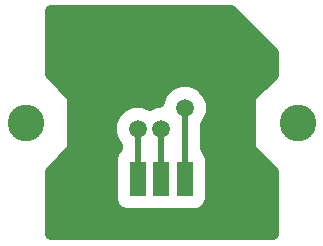
<source format=gbr>
G04 (created by PCBNEW (2013-may-18)-stable) date Вт 27 окт 2015 07:04:30*
%MOIN*%
G04 Gerber Fmt 3.4, Leading zero omitted, Abs format*
%FSLAX34Y34*%
G01*
G70*
G90*
G04 APERTURE LIST*
%ADD10C,0.00393701*%
%ADD11C,0.122047*%
%ADD12R,0.0551181X0.11811*%
%ADD13C,0.0590551*%
%ADD14C,0.019685*%
%ADD15C,0.0393701*%
G04 APERTURE END LIST*
G54D10*
G54D11*
X16060Y-16838D03*
X7005Y-16838D03*
G54D12*
X12303Y-18700D03*
X11515Y-18700D03*
X10728Y-18700D03*
G54D13*
X10728Y-17027D03*
X11515Y-17027D03*
X12303Y-16338D03*
G54D14*
X10728Y-18700D02*
X10728Y-17027D01*
X11515Y-18700D02*
X11515Y-17027D01*
X12303Y-18700D02*
X12303Y-16338D01*
G54D10*
G36*
X15243Y-20548D02*
X13189Y-20548D01*
X13189Y-16163D01*
X13054Y-15837D01*
X12805Y-15588D01*
X12480Y-15452D01*
X12127Y-15452D01*
X11802Y-15587D01*
X11552Y-15836D01*
X11425Y-16141D01*
X11340Y-16141D01*
X11121Y-16231D01*
X10905Y-16141D01*
X10552Y-16141D01*
X10227Y-16276D01*
X9977Y-16525D01*
X9842Y-16850D01*
X9842Y-17202D01*
X9976Y-17528D01*
X10039Y-17591D01*
X10039Y-17688D01*
X9952Y-17775D01*
X9862Y-17992D01*
X9862Y-18227D01*
X9862Y-19408D01*
X9951Y-19625D01*
X10117Y-19791D01*
X10334Y-19881D01*
X10569Y-19881D01*
X11120Y-19881D01*
X11121Y-19881D01*
X11122Y-19881D01*
X11357Y-19881D01*
X11908Y-19881D01*
X11909Y-19881D01*
X11909Y-19881D01*
X12144Y-19881D01*
X12695Y-19881D01*
X12912Y-19792D01*
X13079Y-19626D01*
X13169Y-19409D01*
X13169Y-19174D01*
X13169Y-17993D01*
X13079Y-17776D01*
X12992Y-17688D01*
X12992Y-16902D01*
X13053Y-16841D01*
X13188Y-16515D01*
X13189Y-16163D01*
X13189Y-20548D01*
X7822Y-20548D01*
X7822Y-18465D01*
X8579Y-17707D01*
X8579Y-15969D01*
X7822Y-15211D01*
X7822Y-13120D01*
X13843Y-13120D01*
X15229Y-14506D01*
X15229Y-15224D01*
X14485Y-15969D01*
X14485Y-17707D01*
X15243Y-18465D01*
X15243Y-20548D01*
X15243Y-20548D01*
G37*
G54D15*
X15243Y-20548D02*
X13189Y-20548D01*
X13189Y-16163D01*
X13054Y-15837D01*
X12805Y-15588D01*
X12480Y-15452D01*
X12127Y-15452D01*
X11802Y-15587D01*
X11552Y-15836D01*
X11425Y-16141D01*
X11340Y-16141D01*
X11121Y-16231D01*
X10905Y-16141D01*
X10552Y-16141D01*
X10227Y-16276D01*
X9977Y-16525D01*
X9842Y-16850D01*
X9842Y-17202D01*
X9976Y-17528D01*
X10039Y-17591D01*
X10039Y-17688D01*
X9952Y-17775D01*
X9862Y-17992D01*
X9862Y-18227D01*
X9862Y-19408D01*
X9951Y-19625D01*
X10117Y-19791D01*
X10334Y-19881D01*
X10569Y-19881D01*
X11120Y-19881D01*
X11121Y-19881D01*
X11122Y-19881D01*
X11357Y-19881D01*
X11908Y-19881D01*
X11909Y-19881D01*
X11909Y-19881D01*
X12144Y-19881D01*
X12695Y-19881D01*
X12912Y-19792D01*
X13079Y-19626D01*
X13169Y-19409D01*
X13169Y-19174D01*
X13169Y-17993D01*
X13079Y-17776D01*
X12992Y-17688D01*
X12992Y-16902D01*
X13053Y-16841D01*
X13188Y-16515D01*
X13189Y-16163D01*
X13189Y-20548D01*
X7822Y-20548D01*
X7822Y-18465D01*
X8579Y-17707D01*
X8579Y-15969D01*
X7822Y-15211D01*
X7822Y-13120D01*
X13843Y-13120D01*
X15229Y-14506D01*
X15229Y-15224D01*
X14485Y-15969D01*
X14485Y-17707D01*
X15243Y-18465D01*
X15243Y-20548D01*
M02*

</source>
